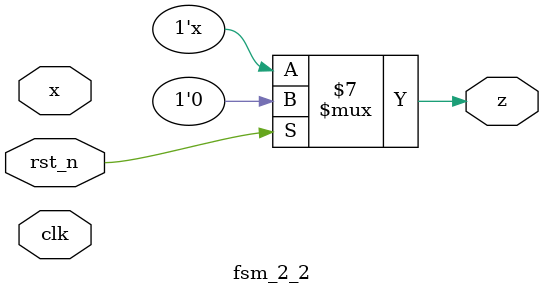
<source format=sv>
module fsm_2_2(
    output logic z,
    input logic clk, rst_n, x
);

typedef enum {
    INVERT,
    COPY
} fsm_state;
fsm_state state;

always_comb
    if (rst_n) begin 
        state  <= COPY;
        z      <= 0;
    end else begin 
        unique case (state)
            COPY   : begin
                state <= x ? INVERT : COPY;
                z <= x;
            end
            INVERT : z = ~x;
        endcase
    end
endmodule

</source>
